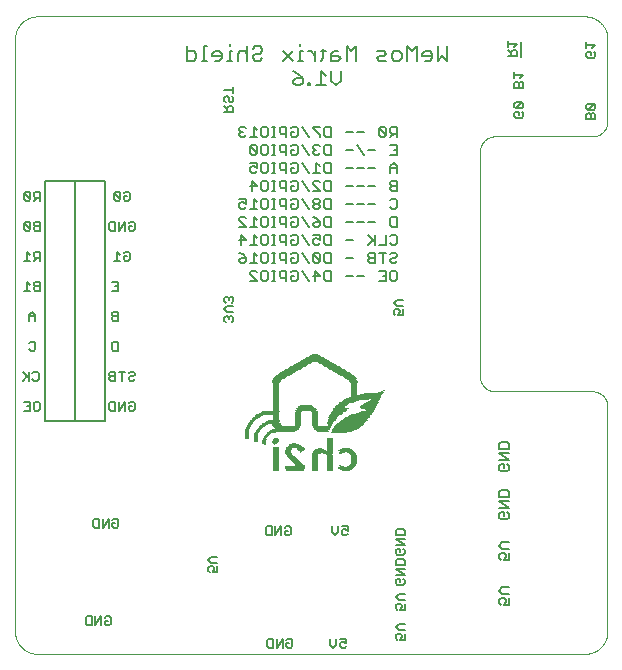
<source format=gbo>
G75*
%MOIN*%
%OFA0B0*%
%FSLAX25Y25*%
%IPPOS*%
%LPD*%
%AMOC8*
5,1,8,0,0,1.08239X$1,22.5*
%
%ADD10C,0.00500*%
%ADD11C,0.00800*%
%ADD12C,0.00100*%
%ADD13C,0.00600*%
%ADD14R,0.02990X0.00250*%
%ADD15R,0.02010X0.00250*%
%ADD16R,0.01990X0.00250*%
%ADD17R,0.06250X0.00250*%
%ADD18R,0.02000X0.00250*%
%ADD19R,0.03990X0.00250*%
%ADD20R,0.04750X0.00250*%
%ADD21R,0.05000X0.00250*%
%ADD22R,0.06500X0.00250*%
%ADD23R,0.05240X0.00250*%
%ADD24R,0.02500X0.00250*%
%ADD25R,0.01490X0.00250*%
%ADD26R,0.02240X0.00250*%
%ADD27R,0.00750X0.00250*%
%ADD28R,0.03010X0.00250*%
%ADD29R,0.00500X0.00250*%
%ADD30R,0.02760X0.00250*%
%ADD31R,0.01750X0.00250*%
%ADD32R,0.02510X0.00250*%
%ADD33R,0.02490X0.00250*%
%ADD34R,0.02260X0.00250*%
%ADD35R,0.00250X0.00250*%
%ADD36R,0.00740X0.00250*%
%ADD37R,0.03000X0.00250*%
%ADD38R,0.02750X0.00250*%
%ADD39R,0.01740X0.00250*%
%ADD40R,0.04990X0.00250*%
%ADD41R,0.00760X0.00250*%
%ADD42R,0.04000X0.00250*%
%ADD43R,0.01260X0.00250*%
%ADD44R,0.03500X0.00250*%
%ADD45R,0.01760X0.00250*%
%ADD46R,0.03740X0.00250*%
%ADD47R,0.02740X0.00250*%
%ADD48R,0.01510X0.00250*%
%ADD49R,0.05750X0.00250*%
%ADD50R,0.05250X0.00250*%
%ADD51R,0.04250X0.00250*%
%ADD52R,0.03490X0.00250*%
%ADD53R,0.01250X0.00250*%
%ADD54R,0.01010X0.00250*%
%ADD55R,0.02250X0.00250*%
%ADD56R,0.01500X0.00250*%
%ADD57R,0.01000X0.00250*%
%ADD58R,0.06740X0.00250*%
%ADD59R,0.03750X0.00250*%
%ADD60R,0.08990X0.00250*%
%ADD61R,0.07490X0.00250*%
%ADD62R,0.09000X0.00250*%
%ADD63R,0.07740X0.00250*%
%ADD64R,0.04500X0.00250*%
%ADD65R,0.08750X0.00250*%
%ADD66R,0.08240X0.00250*%
%ADD67R,0.05010X0.00250*%
%ADD68R,0.08000X0.00250*%
%ADD69R,0.08510X0.00250*%
%ADD70R,0.05260X0.00250*%
%ADD71R,0.08250X0.00250*%
%ADD72R,0.08500X0.00250*%
%ADD73R,0.04260X0.00250*%
%ADD74R,0.09010X0.00250*%
%ADD75R,0.03250X0.00250*%
%ADD76R,0.01240X0.00250*%
%ADD77R,0.05490X0.00250*%
%ADD78R,0.04490X0.00250*%
%ADD79R,0.08740X0.00250*%
%ADD80R,0.08010X0.00250*%
%ADD81R,0.07750X0.00250*%
%ADD82R,0.07240X0.00250*%
%ADD83R,0.07000X0.00250*%
%ADD84R,0.06760X0.00250*%
%ADD85R,0.06000X0.00250*%
%ADD86R,0.07250X0.00250*%
%ADD87R,0.05500X0.00250*%
%ADD88R,0.06750X0.00250*%
%ADD89R,0.04740X0.00250*%
%ADD90R,0.03260X0.00250*%
%ADD91R,0.05510X0.00250*%
%ADD92R,0.04010X0.00250*%
%ADD93R,0.04510X0.00250*%
%ADD94R,0.06510X0.00250*%
%ADD95R,0.11010X0.00250*%
%ADD96R,0.10490X0.00250*%
%ADD97R,0.10000X0.00250*%
%ADD98R,0.10250X0.00250*%
%ADD99R,0.07260X0.00250*%
%ADD100R,0.06010X0.00250*%
%ADD101R,0.00510X0.00250*%
%ADD102R,0.03760X0.00250*%
%ADD103R,0.04240X0.00250*%
%ADD104R,0.04760X0.00250*%
%ADD105R,0.10260X0.00250*%
%ADD106R,0.09240X0.00250*%
%ADD107R,0.05740X0.00250*%
D10*
X0031019Y0017480D02*
X0031019Y0019481D01*
X0031519Y0019982D01*
X0033021Y0019982D01*
X0033021Y0016979D01*
X0031519Y0016979D01*
X0031019Y0017480D01*
X0034242Y0016979D02*
X0034242Y0019982D01*
X0036243Y0019982D02*
X0034242Y0016979D01*
X0036243Y0016979D02*
X0036243Y0019982D01*
X0037464Y0019481D02*
X0037965Y0019982D01*
X0038966Y0019982D01*
X0039466Y0019481D01*
X0039466Y0017480D01*
X0038966Y0016979D01*
X0037965Y0016979D01*
X0037464Y0017480D01*
X0037464Y0018481D01*
X0038465Y0018481D01*
X0038743Y0049479D02*
X0038743Y0052482D01*
X0036742Y0049479D01*
X0036742Y0052482D01*
X0035521Y0052482D02*
X0034019Y0052482D01*
X0033519Y0051981D01*
X0033519Y0049980D01*
X0034019Y0049479D01*
X0035521Y0049479D01*
X0035521Y0052482D01*
X0039964Y0051981D02*
X0040465Y0052482D01*
X0041466Y0052482D01*
X0041966Y0051981D01*
X0041966Y0049980D01*
X0041466Y0049479D01*
X0040465Y0049479D01*
X0039964Y0049980D01*
X0039964Y0050981D01*
X0040965Y0050981D01*
X0071979Y0038869D02*
X0072980Y0039870D01*
X0074982Y0039870D01*
X0074982Y0037868D02*
X0072980Y0037868D01*
X0071979Y0038869D01*
X0072480Y0036647D02*
X0071979Y0036147D01*
X0071979Y0035146D01*
X0072480Y0034645D01*
X0073481Y0034645D02*
X0073981Y0035646D01*
X0073981Y0036147D01*
X0073481Y0036647D01*
X0072480Y0036647D01*
X0073481Y0034645D02*
X0074982Y0034645D01*
X0074982Y0036647D01*
X0091019Y0047480D02*
X0091019Y0049481D01*
X0091519Y0049982D01*
X0093021Y0049982D01*
X0093021Y0046979D01*
X0091519Y0046979D01*
X0091019Y0047480D01*
X0094242Y0046979D02*
X0094242Y0049982D01*
X0096243Y0049982D02*
X0094242Y0046979D01*
X0096243Y0046979D02*
X0096243Y0049982D01*
X0097464Y0049481D02*
X0097965Y0049982D01*
X0098966Y0049982D01*
X0099466Y0049481D01*
X0099466Y0047480D01*
X0098966Y0046979D01*
X0097965Y0046979D01*
X0097464Y0047480D01*
X0097464Y0048481D01*
X0098465Y0048481D01*
X0113130Y0047980D02*
X0114131Y0046979D01*
X0115132Y0047980D01*
X0115132Y0049982D01*
X0116353Y0049982D02*
X0118355Y0049982D01*
X0118355Y0048481D01*
X0117354Y0048981D01*
X0116853Y0048981D01*
X0116353Y0048481D01*
X0116353Y0047480D01*
X0116853Y0046979D01*
X0117854Y0046979D01*
X0118355Y0047480D01*
X0113130Y0047980D02*
X0113130Y0049982D01*
X0134479Y0048481D02*
X0134479Y0046979D01*
X0137482Y0046979D01*
X0137482Y0048481D01*
X0136981Y0048981D01*
X0134980Y0048981D01*
X0134479Y0048481D01*
X0134479Y0045758D02*
X0137482Y0045758D01*
X0137482Y0043757D02*
X0134479Y0043757D01*
X0134980Y0042536D02*
X0135981Y0042536D01*
X0135981Y0041535D01*
X0136981Y0042536D02*
X0137482Y0042035D01*
X0137482Y0041034D01*
X0136981Y0040534D01*
X0134980Y0040534D01*
X0134479Y0041034D01*
X0134479Y0042035D01*
X0134980Y0042536D01*
X0137482Y0043757D02*
X0134479Y0045758D01*
X0134980Y0038981D02*
X0136981Y0038981D01*
X0137482Y0038481D01*
X0137482Y0036979D01*
X0134479Y0036979D01*
X0134479Y0038481D01*
X0134980Y0038981D01*
X0134479Y0035758D02*
X0137482Y0035758D01*
X0137482Y0033757D02*
X0134479Y0033757D01*
X0134980Y0032536D02*
X0135981Y0032536D01*
X0135981Y0031535D01*
X0136981Y0032536D02*
X0137482Y0032035D01*
X0137482Y0031034D01*
X0136981Y0030534D01*
X0134980Y0030534D01*
X0134479Y0031034D01*
X0134479Y0032035D01*
X0134980Y0032536D01*
X0137482Y0033757D02*
X0134479Y0035758D01*
X0135480Y0027370D02*
X0137482Y0027370D01*
X0135480Y0027370D02*
X0134479Y0026369D01*
X0135480Y0025368D01*
X0137482Y0025368D01*
X0137482Y0024147D02*
X0137482Y0022145D01*
X0135981Y0022145D01*
X0136481Y0023146D01*
X0136481Y0023647D01*
X0135981Y0024147D01*
X0134980Y0024147D01*
X0134479Y0023647D01*
X0134479Y0022646D01*
X0134980Y0022145D01*
X0135480Y0017370D02*
X0137482Y0017370D01*
X0135480Y0017370D02*
X0134479Y0016369D01*
X0135480Y0015368D01*
X0137482Y0015368D01*
X0137482Y0014147D02*
X0137482Y0012145D01*
X0135981Y0012145D01*
X0136481Y0013146D01*
X0136481Y0013647D01*
X0135981Y0014147D01*
X0134980Y0014147D01*
X0134479Y0013647D01*
X0134479Y0012646D01*
X0134980Y0012145D01*
X0117855Y0012482D02*
X0117855Y0010981D01*
X0116854Y0011481D01*
X0116353Y0011481D01*
X0115853Y0010981D01*
X0115853Y0009980D01*
X0116353Y0009479D01*
X0117354Y0009479D01*
X0117855Y0009980D01*
X0117855Y0012482D02*
X0115853Y0012482D01*
X0114632Y0012482D02*
X0114632Y0010480D01*
X0113631Y0009479D01*
X0112630Y0010480D01*
X0112630Y0012482D01*
X0099966Y0011981D02*
X0099966Y0009980D01*
X0099466Y0009479D01*
X0098465Y0009479D01*
X0097964Y0009980D01*
X0097964Y0010981D01*
X0098965Y0010981D01*
X0097964Y0011981D02*
X0098465Y0012482D01*
X0099466Y0012482D01*
X0099966Y0011981D01*
X0096743Y0012482D02*
X0096743Y0009479D01*
X0094742Y0009479D02*
X0094742Y0012482D01*
X0093521Y0012482D02*
X0092019Y0012482D01*
X0091519Y0011981D01*
X0091519Y0009980D01*
X0092019Y0009479D01*
X0093521Y0009479D01*
X0093521Y0012482D01*
X0096743Y0012482D02*
X0094742Y0009479D01*
X0046952Y0088521D02*
X0045951Y0088521D01*
X0045451Y0089021D01*
X0045451Y0090022D01*
X0046451Y0090022D01*
X0045451Y0091023D02*
X0045951Y0091523D01*
X0046952Y0091523D01*
X0047452Y0091023D01*
X0047452Y0089021D01*
X0046952Y0088521D01*
X0044229Y0088521D02*
X0044229Y0091523D01*
X0042228Y0088521D01*
X0042228Y0091523D01*
X0041007Y0091523D02*
X0039505Y0091523D01*
X0039005Y0091023D01*
X0039005Y0089021D01*
X0039505Y0088521D01*
X0041007Y0088521D01*
X0041007Y0091523D01*
X0041007Y0098521D02*
X0039505Y0098521D01*
X0039005Y0099021D01*
X0039005Y0099522D01*
X0039505Y0100022D01*
X0041007Y0100022D01*
X0041007Y0098521D02*
X0041007Y0101523D01*
X0039505Y0101523D01*
X0039005Y0101023D01*
X0039005Y0100522D01*
X0039505Y0100022D01*
X0042228Y0101523D02*
X0044229Y0101523D01*
X0043229Y0101523D02*
X0043229Y0098521D01*
X0045451Y0099021D02*
X0045951Y0098521D01*
X0046952Y0098521D01*
X0047452Y0099021D01*
X0046952Y0100022D02*
X0045951Y0100022D01*
X0045451Y0099522D01*
X0045451Y0099021D01*
X0046952Y0100022D02*
X0047452Y0100522D01*
X0047452Y0101023D01*
X0046952Y0101523D01*
X0045951Y0101523D01*
X0045451Y0101023D01*
X0041729Y0108521D02*
X0040228Y0108521D01*
X0039728Y0109021D01*
X0039728Y0111023D01*
X0040228Y0111523D01*
X0041729Y0111523D01*
X0041729Y0108521D01*
X0041729Y0118521D02*
X0040228Y0118521D01*
X0039728Y0119021D01*
X0039728Y0119522D01*
X0040228Y0120022D01*
X0041729Y0120022D01*
X0040228Y0120022D02*
X0039728Y0120522D01*
X0039728Y0121023D01*
X0040228Y0121523D01*
X0041729Y0121523D01*
X0041729Y0118521D01*
X0041729Y0128521D02*
X0039728Y0128521D01*
X0040729Y0130022D02*
X0041729Y0130022D01*
X0041729Y0131523D02*
X0041729Y0128521D01*
X0041729Y0131523D02*
X0039728Y0131523D01*
X0040616Y0138521D02*
X0042618Y0138521D01*
X0041617Y0138521D02*
X0041617Y0141523D01*
X0042618Y0140522D01*
X0043839Y0140022D02*
X0044840Y0140022D01*
X0043839Y0140022D02*
X0043839Y0139021D01*
X0044340Y0138521D01*
X0045340Y0138521D01*
X0045841Y0139021D01*
X0045841Y0141023D01*
X0045340Y0141523D01*
X0044340Y0141523D01*
X0043839Y0141023D01*
X0044229Y0148521D02*
X0044229Y0151523D01*
X0042228Y0148521D01*
X0042228Y0151523D01*
X0041007Y0151523D02*
X0039505Y0151523D01*
X0039005Y0151023D01*
X0039005Y0149021D01*
X0039505Y0148521D01*
X0041007Y0148521D01*
X0041007Y0151523D01*
X0045451Y0151023D02*
X0045951Y0151523D01*
X0046952Y0151523D01*
X0047452Y0151023D01*
X0047452Y0149021D01*
X0046952Y0148521D01*
X0045951Y0148521D01*
X0045451Y0149021D01*
X0045451Y0150022D01*
X0046451Y0150022D01*
X0045340Y0158521D02*
X0044340Y0158521D01*
X0043839Y0159021D01*
X0043839Y0160022D01*
X0044840Y0160022D01*
X0045841Y0161023D02*
X0045841Y0159021D01*
X0045340Y0158521D01*
X0045841Y0161023D02*
X0045340Y0161523D01*
X0044340Y0161523D01*
X0043839Y0161023D01*
X0042618Y0161023D02*
X0042118Y0161523D01*
X0041117Y0161523D01*
X0040616Y0161023D01*
X0042618Y0159021D01*
X0042118Y0158521D01*
X0041117Y0158521D01*
X0040616Y0159021D01*
X0040616Y0161023D01*
X0042618Y0161023D02*
X0042618Y0159021D01*
X0015841Y0158521D02*
X0015841Y0161523D01*
X0014340Y0161523D01*
X0013839Y0161023D01*
X0013839Y0160022D01*
X0014340Y0159522D01*
X0015841Y0159522D01*
X0014840Y0159522D02*
X0013839Y0158521D01*
X0012618Y0159021D02*
X0012618Y0161023D01*
X0012118Y0161523D01*
X0011117Y0161523D01*
X0010616Y0161023D01*
X0012618Y0159021D01*
X0012118Y0158521D01*
X0011117Y0158521D01*
X0010616Y0159021D01*
X0010616Y0161023D01*
X0011117Y0151523D02*
X0010616Y0151023D01*
X0012618Y0149021D01*
X0012118Y0148521D01*
X0011117Y0148521D01*
X0010616Y0149021D01*
X0010616Y0151023D01*
X0011117Y0151523D02*
X0012118Y0151523D01*
X0012618Y0151023D01*
X0012618Y0149021D01*
X0013839Y0149021D02*
X0014340Y0148521D01*
X0015841Y0148521D01*
X0015841Y0151523D01*
X0014340Y0151523D01*
X0013839Y0151023D01*
X0013839Y0150522D01*
X0014340Y0150022D01*
X0015841Y0150022D01*
X0014340Y0150022D02*
X0013839Y0149522D01*
X0013839Y0149021D01*
X0014340Y0141523D02*
X0013839Y0141023D01*
X0013839Y0140022D01*
X0014340Y0139522D01*
X0015841Y0139522D01*
X0014840Y0139522D02*
X0013839Y0138521D01*
X0012618Y0138521D02*
X0010616Y0138521D01*
X0011617Y0138521D02*
X0011617Y0141523D01*
X0012618Y0140522D01*
X0014340Y0141523D02*
X0015841Y0141523D01*
X0015841Y0138521D01*
X0015841Y0131523D02*
X0014340Y0131523D01*
X0013839Y0131023D01*
X0013839Y0130522D01*
X0014340Y0130022D01*
X0015841Y0130022D01*
X0015841Y0128521D02*
X0015841Y0131523D01*
X0014340Y0130022D02*
X0013839Y0129522D01*
X0013839Y0129021D01*
X0014340Y0128521D01*
X0015841Y0128521D01*
X0012618Y0128521D02*
X0010616Y0128521D01*
X0011617Y0128521D02*
X0011617Y0131523D01*
X0012618Y0130522D01*
X0013229Y0121523D02*
X0012228Y0120522D01*
X0012228Y0118521D01*
X0012228Y0120022D02*
X0014229Y0120022D01*
X0014229Y0120522D02*
X0013229Y0121523D01*
X0014229Y0120522D02*
X0014229Y0118521D01*
X0013729Y0111523D02*
X0012728Y0111523D01*
X0012228Y0111023D01*
X0013729Y0111523D02*
X0014229Y0111023D01*
X0014229Y0109021D01*
X0013729Y0108521D01*
X0012728Y0108521D01*
X0012228Y0109021D01*
X0012118Y0101523D02*
X0012118Y0098521D01*
X0012118Y0099522D02*
X0010116Y0101523D01*
X0011618Y0100022D02*
X0010116Y0098521D01*
X0013339Y0099021D02*
X0013840Y0098521D01*
X0014840Y0098521D01*
X0015341Y0099021D01*
X0015341Y0101023D01*
X0014840Y0101523D01*
X0013840Y0101523D01*
X0013339Y0101023D01*
X0012618Y0091523D02*
X0010616Y0091523D01*
X0011617Y0090022D02*
X0012618Y0090022D01*
X0012618Y0091523D02*
X0012618Y0088521D01*
X0010616Y0088521D01*
X0013839Y0089021D02*
X0013839Y0091023D01*
X0014340Y0091523D01*
X0015340Y0091523D01*
X0015841Y0091023D01*
X0015841Y0089021D01*
X0015340Y0088521D01*
X0014340Y0088521D01*
X0013839Y0089021D01*
X0077271Y0118589D02*
X0077771Y0118089D01*
X0077271Y0118589D02*
X0077271Y0119590D01*
X0077771Y0120090D01*
X0078272Y0120090D01*
X0078772Y0119590D01*
X0078772Y0119089D01*
X0078772Y0119590D02*
X0079272Y0120090D01*
X0079773Y0120090D01*
X0080273Y0119590D01*
X0080273Y0118589D01*
X0079773Y0118089D01*
X0080273Y0121311D02*
X0078272Y0121311D01*
X0077271Y0122312D01*
X0078272Y0123313D01*
X0080273Y0123313D01*
X0079773Y0124534D02*
X0080273Y0125035D01*
X0080273Y0126035D01*
X0079773Y0126536D01*
X0079272Y0126536D01*
X0078772Y0126035D01*
X0078272Y0126536D01*
X0077771Y0126536D01*
X0077271Y0126035D01*
X0077271Y0125035D01*
X0077771Y0124534D01*
X0078772Y0125535D02*
X0078772Y0126035D01*
X0133771Y0124535D02*
X0134772Y0125536D01*
X0136773Y0125536D01*
X0136773Y0123534D02*
X0134772Y0123534D01*
X0133771Y0124535D01*
X0134271Y0122313D02*
X0133771Y0121813D01*
X0133771Y0120812D01*
X0134271Y0120311D01*
X0135272Y0120311D02*
X0135772Y0121312D01*
X0135772Y0121813D01*
X0135272Y0122313D01*
X0134271Y0122313D01*
X0135272Y0120311D02*
X0136773Y0120311D01*
X0136773Y0122313D01*
X0174480Y0186145D02*
X0173979Y0186646D01*
X0173979Y0187647D01*
X0174480Y0188147D01*
X0175481Y0188147D01*
X0175481Y0187146D01*
X0176481Y0186145D02*
X0174480Y0186145D01*
X0176481Y0186145D02*
X0176982Y0186646D01*
X0176982Y0187647D01*
X0176481Y0188147D01*
X0176481Y0189368D02*
X0174480Y0189368D01*
X0176481Y0191370D01*
X0174480Y0191370D01*
X0173979Y0190869D01*
X0173979Y0189869D01*
X0174480Y0189368D01*
X0176481Y0189368D02*
X0176982Y0189869D01*
X0176982Y0190869D01*
X0176481Y0191370D01*
X0176982Y0196145D02*
X0173979Y0196145D01*
X0173979Y0197647D01*
X0174480Y0198147D01*
X0174980Y0198147D01*
X0175481Y0197647D01*
X0175481Y0196145D01*
X0176982Y0196145D02*
X0176982Y0197647D01*
X0176481Y0198147D01*
X0175981Y0198147D01*
X0175481Y0197647D01*
X0175981Y0199368D02*
X0176982Y0200369D01*
X0173979Y0200369D01*
X0173979Y0199368D02*
X0173979Y0201370D01*
X0172980Y0206645D02*
X0172980Y0208147D01*
X0173481Y0208647D01*
X0174481Y0208647D01*
X0174982Y0208147D01*
X0174982Y0206645D01*
X0171979Y0206645D01*
X0172980Y0207646D02*
X0171979Y0208647D01*
X0171979Y0209868D02*
X0171979Y0211870D01*
X0171979Y0210869D02*
X0174982Y0210869D01*
X0173981Y0209868D01*
X0197979Y0209368D02*
X0197979Y0211370D01*
X0197979Y0210369D02*
X0200982Y0210369D01*
X0199981Y0209368D01*
X0199481Y0208147D02*
X0199481Y0207146D01*
X0199481Y0208147D02*
X0198480Y0208147D01*
X0197979Y0207647D01*
X0197979Y0206646D01*
X0198480Y0206145D01*
X0200481Y0206145D01*
X0200982Y0206646D01*
X0200982Y0207647D01*
X0200481Y0208147D01*
X0200481Y0190870D02*
X0198480Y0188868D01*
X0197979Y0189369D01*
X0197979Y0190369D01*
X0198480Y0190870D01*
X0200481Y0190870D01*
X0200982Y0190369D01*
X0200982Y0189369D01*
X0200481Y0188868D01*
X0198480Y0188868D01*
X0198480Y0187647D02*
X0197979Y0187147D01*
X0197979Y0185645D01*
X0200982Y0185645D01*
X0200982Y0187147D01*
X0200481Y0187647D01*
X0199981Y0187647D01*
X0199481Y0187147D01*
X0199481Y0185645D01*
X0199481Y0187147D02*
X0198980Y0187647D01*
X0198480Y0187647D01*
X0080273Y0188089D02*
X0080273Y0189590D01*
X0079773Y0190090D01*
X0078772Y0190090D01*
X0078272Y0189590D01*
X0078272Y0188089D01*
X0078272Y0189089D02*
X0077271Y0190090D01*
X0077771Y0191311D02*
X0077271Y0191812D01*
X0077271Y0192813D01*
X0077771Y0193313D01*
X0078272Y0193313D01*
X0078772Y0192813D01*
X0078772Y0191812D01*
X0079272Y0191311D01*
X0079773Y0191311D01*
X0080273Y0191812D01*
X0080273Y0192813D01*
X0079773Y0193313D01*
X0080273Y0194534D02*
X0080273Y0196536D01*
X0080273Y0195535D02*
X0077271Y0195535D01*
X0077271Y0188089D02*
X0080273Y0188089D01*
D11*
X0079793Y0205275D02*
X0078225Y0205275D01*
X0079009Y0205275D02*
X0079009Y0208411D01*
X0079793Y0208411D01*
X0079009Y0209979D02*
X0079009Y0210763D01*
X0081722Y0207627D02*
X0081722Y0205275D01*
X0081722Y0207627D02*
X0082506Y0208411D01*
X0084074Y0208411D01*
X0084858Y0207627D01*
X0086786Y0206843D02*
X0086786Y0206059D01*
X0087570Y0205275D01*
X0089138Y0205275D01*
X0089922Y0206059D01*
X0089138Y0207627D02*
X0087570Y0207627D01*
X0086786Y0206843D01*
X0086786Y0209195D02*
X0087570Y0209979D01*
X0089138Y0209979D01*
X0089922Y0209195D01*
X0089922Y0208411D01*
X0089138Y0207627D01*
X0084858Y0209979D02*
X0084858Y0205275D01*
X0076417Y0206059D02*
X0076417Y0207627D01*
X0075633Y0208411D01*
X0074065Y0208411D01*
X0073281Y0207627D01*
X0073281Y0206843D01*
X0076417Y0206843D01*
X0076417Y0206059D02*
X0075633Y0205275D01*
X0074065Y0205275D01*
X0071353Y0205275D02*
X0069785Y0205275D01*
X0070569Y0205275D02*
X0070569Y0209979D01*
X0071353Y0209979D01*
X0067977Y0207627D02*
X0067977Y0206059D01*
X0067193Y0205275D01*
X0064841Y0205275D01*
X0064841Y0209979D01*
X0064841Y0208411D02*
X0067193Y0208411D01*
X0067977Y0207627D01*
X0096915Y0208411D02*
X0100051Y0205275D01*
X0101859Y0205275D02*
X0103427Y0205275D01*
X0102643Y0205275D02*
X0102643Y0208411D01*
X0103427Y0208411D01*
X0102643Y0209979D02*
X0102643Y0210763D01*
X0100051Y0208411D02*
X0096915Y0205275D01*
X0100291Y0201729D02*
X0101859Y0200945D01*
X0103427Y0199377D01*
X0101075Y0199377D01*
X0100291Y0198593D01*
X0100291Y0197809D01*
X0101075Y0197025D01*
X0102643Y0197025D01*
X0103427Y0197809D01*
X0103427Y0199377D01*
X0105175Y0197809D02*
X0105175Y0197025D01*
X0105959Y0197025D01*
X0105959Y0197809D01*
X0105175Y0197809D01*
X0107887Y0197025D02*
X0111023Y0197025D01*
X0109455Y0197025D02*
X0109455Y0201729D01*
X0111023Y0200161D01*
X0112952Y0198593D02*
X0114520Y0197025D01*
X0116088Y0198593D01*
X0116088Y0201729D01*
X0112952Y0201729D02*
X0112952Y0198593D01*
X0112952Y0205275D02*
X0115304Y0205275D01*
X0116088Y0206059D01*
X0115304Y0206843D01*
X0112952Y0206843D01*
X0112952Y0207627D02*
X0112952Y0205275D01*
X0112952Y0207627D02*
X0113736Y0208411D01*
X0115304Y0208411D01*
X0118016Y0209979D02*
X0118016Y0205275D01*
X0119584Y0208411D02*
X0118016Y0209979D01*
X0119584Y0208411D02*
X0121152Y0209979D01*
X0121152Y0205275D01*
X0128145Y0206059D02*
X0128929Y0206843D01*
X0130497Y0206843D01*
X0131281Y0207627D01*
X0130497Y0208411D01*
X0128145Y0208411D01*
X0128145Y0206059D02*
X0128929Y0205275D01*
X0131281Y0205275D01*
X0133209Y0206059D02*
X0133209Y0207627D01*
X0133993Y0208411D01*
X0135561Y0208411D01*
X0136345Y0207627D01*
X0136345Y0206059D01*
X0135561Y0205275D01*
X0133993Y0205275D01*
X0133209Y0206059D01*
X0138273Y0205275D02*
X0138273Y0209979D01*
X0139841Y0208411D01*
X0141409Y0209979D01*
X0141409Y0205275D01*
X0143338Y0206843D02*
X0143338Y0207627D01*
X0144122Y0208411D01*
X0145690Y0208411D01*
X0146474Y0207627D01*
X0146474Y0206059D01*
X0145690Y0205275D01*
X0144122Y0205275D01*
X0143338Y0206843D02*
X0146474Y0206843D01*
X0148402Y0205275D02*
X0148402Y0209979D01*
X0151538Y0209979D02*
X0151538Y0205275D01*
X0149970Y0206843D01*
X0148402Y0205275D01*
X0176181Y0206500D02*
X0176181Y0211500D01*
X0111023Y0208411D02*
X0109455Y0208411D01*
X0110239Y0209195D02*
X0110239Y0206059D01*
X0109455Y0205275D01*
X0107647Y0205275D02*
X0107647Y0208411D01*
X0107647Y0206843D02*
X0106079Y0208411D01*
X0105295Y0208411D01*
D12*
X0007500Y0212500D02*
X0007500Y0015000D01*
X0007502Y0014819D01*
X0007509Y0014638D01*
X0007520Y0014457D01*
X0007535Y0014276D01*
X0007555Y0014096D01*
X0007579Y0013916D01*
X0007607Y0013737D01*
X0007640Y0013559D01*
X0007677Y0013382D01*
X0007718Y0013205D01*
X0007763Y0013030D01*
X0007813Y0012855D01*
X0007867Y0012682D01*
X0007925Y0012511D01*
X0007987Y0012340D01*
X0008054Y0012172D01*
X0008124Y0012005D01*
X0008198Y0011839D01*
X0008277Y0011676D01*
X0008359Y0011515D01*
X0008445Y0011355D01*
X0008535Y0011198D01*
X0008629Y0011043D01*
X0008726Y0010890D01*
X0008828Y0010740D01*
X0008932Y0010592D01*
X0009041Y0010446D01*
X0009152Y0010304D01*
X0009268Y0010164D01*
X0009386Y0010027D01*
X0009508Y0009892D01*
X0009633Y0009761D01*
X0009761Y0009633D01*
X0009892Y0009508D01*
X0010027Y0009386D01*
X0010164Y0009268D01*
X0010304Y0009152D01*
X0010446Y0009041D01*
X0010592Y0008932D01*
X0010740Y0008828D01*
X0010890Y0008726D01*
X0011043Y0008629D01*
X0011198Y0008535D01*
X0011355Y0008445D01*
X0011515Y0008359D01*
X0011676Y0008277D01*
X0011839Y0008198D01*
X0012005Y0008124D01*
X0012172Y0008054D01*
X0012340Y0007987D01*
X0012511Y0007925D01*
X0012682Y0007867D01*
X0012855Y0007813D01*
X0013030Y0007763D01*
X0013205Y0007718D01*
X0013382Y0007677D01*
X0013559Y0007640D01*
X0013737Y0007607D01*
X0013916Y0007579D01*
X0014096Y0007555D01*
X0014276Y0007535D01*
X0014457Y0007520D01*
X0014638Y0007509D01*
X0014819Y0007502D01*
X0015000Y0007500D01*
X0197500Y0007500D01*
X0197681Y0007502D01*
X0197862Y0007509D01*
X0198043Y0007520D01*
X0198224Y0007535D01*
X0198404Y0007555D01*
X0198584Y0007579D01*
X0198763Y0007607D01*
X0198941Y0007640D01*
X0199118Y0007677D01*
X0199295Y0007718D01*
X0199470Y0007763D01*
X0199645Y0007813D01*
X0199818Y0007867D01*
X0199989Y0007925D01*
X0200160Y0007987D01*
X0200328Y0008054D01*
X0200495Y0008124D01*
X0200661Y0008198D01*
X0200824Y0008277D01*
X0200985Y0008359D01*
X0201145Y0008445D01*
X0201302Y0008535D01*
X0201457Y0008629D01*
X0201610Y0008726D01*
X0201760Y0008828D01*
X0201908Y0008932D01*
X0202054Y0009041D01*
X0202196Y0009152D01*
X0202336Y0009268D01*
X0202473Y0009386D01*
X0202608Y0009508D01*
X0202739Y0009633D01*
X0202867Y0009761D01*
X0202992Y0009892D01*
X0203114Y0010027D01*
X0203232Y0010164D01*
X0203348Y0010304D01*
X0203459Y0010446D01*
X0203568Y0010592D01*
X0203672Y0010740D01*
X0203774Y0010890D01*
X0203871Y0011043D01*
X0203965Y0011198D01*
X0204055Y0011355D01*
X0204141Y0011515D01*
X0204223Y0011676D01*
X0204302Y0011839D01*
X0204376Y0012005D01*
X0204446Y0012172D01*
X0204513Y0012340D01*
X0204575Y0012511D01*
X0204633Y0012682D01*
X0204687Y0012855D01*
X0204737Y0013030D01*
X0204782Y0013205D01*
X0204823Y0013382D01*
X0204860Y0013559D01*
X0204893Y0013737D01*
X0204921Y0013916D01*
X0204945Y0014096D01*
X0204965Y0014276D01*
X0204980Y0014457D01*
X0204991Y0014638D01*
X0204998Y0014819D01*
X0205000Y0015000D01*
X0205000Y0090000D01*
X0204998Y0090140D01*
X0204992Y0090280D01*
X0204982Y0090420D01*
X0204969Y0090560D01*
X0204951Y0090699D01*
X0204929Y0090838D01*
X0204904Y0090975D01*
X0204875Y0091113D01*
X0204842Y0091249D01*
X0204805Y0091384D01*
X0204764Y0091518D01*
X0204719Y0091651D01*
X0204671Y0091783D01*
X0204619Y0091913D01*
X0204564Y0092042D01*
X0204505Y0092169D01*
X0204442Y0092295D01*
X0204376Y0092419D01*
X0204307Y0092540D01*
X0204234Y0092660D01*
X0204157Y0092778D01*
X0204078Y0092893D01*
X0203995Y0093007D01*
X0203909Y0093117D01*
X0203820Y0093226D01*
X0203728Y0093332D01*
X0203633Y0093435D01*
X0203536Y0093536D01*
X0203435Y0093633D01*
X0203332Y0093728D01*
X0203226Y0093820D01*
X0203117Y0093909D01*
X0203007Y0093995D01*
X0202893Y0094078D01*
X0202778Y0094157D01*
X0202660Y0094234D01*
X0202540Y0094307D01*
X0202419Y0094376D01*
X0202295Y0094442D01*
X0202169Y0094505D01*
X0202042Y0094564D01*
X0201913Y0094619D01*
X0201783Y0094671D01*
X0201651Y0094719D01*
X0201518Y0094764D01*
X0201384Y0094805D01*
X0201249Y0094842D01*
X0201113Y0094875D01*
X0200975Y0094904D01*
X0200838Y0094929D01*
X0200699Y0094951D01*
X0200560Y0094969D01*
X0200420Y0094982D01*
X0200280Y0094992D01*
X0200140Y0094998D01*
X0200000Y0095000D01*
X0167500Y0095000D01*
X0167360Y0095002D01*
X0167220Y0095008D01*
X0167080Y0095018D01*
X0166940Y0095031D01*
X0166801Y0095049D01*
X0166662Y0095071D01*
X0166525Y0095096D01*
X0166387Y0095125D01*
X0166251Y0095158D01*
X0166116Y0095195D01*
X0165982Y0095236D01*
X0165849Y0095281D01*
X0165717Y0095329D01*
X0165587Y0095381D01*
X0165458Y0095436D01*
X0165331Y0095495D01*
X0165205Y0095558D01*
X0165081Y0095624D01*
X0164960Y0095693D01*
X0164840Y0095766D01*
X0164722Y0095843D01*
X0164607Y0095922D01*
X0164493Y0096005D01*
X0164383Y0096091D01*
X0164274Y0096180D01*
X0164168Y0096272D01*
X0164065Y0096367D01*
X0163964Y0096464D01*
X0163867Y0096565D01*
X0163772Y0096668D01*
X0163680Y0096774D01*
X0163591Y0096883D01*
X0163505Y0096993D01*
X0163422Y0097107D01*
X0163343Y0097222D01*
X0163266Y0097340D01*
X0163193Y0097460D01*
X0163124Y0097581D01*
X0163058Y0097705D01*
X0162995Y0097831D01*
X0162936Y0097958D01*
X0162881Y0098087D01*
X0162829Y0098217D01*
X0162781Y0098349D01*
X0162736Y0098482D01*
X0162695Y0098616D01*
X0162658Y0098751D01*
X0162625Y0098887D01*
X0162596Y0099025D01*
X0162571Y0099162D01*
X0162549Y0099301D01*
X0162531Y0099440D01*
X0162518Y0099580D01*
X0162508Y0099720D01*
X0162502Y0099860D01*
X0162500Y0100000D01*
X0162500Y0175000D01*
X0162502Y0175140D01*
X0162508Y0175280D01*
X0162518Y0175420D01*
X0162531Y0175560D01*
X0162549Y0175699D01*
X0162571Y0175838D01*
X0162596Y0175975D01*
X0162625Y0176113D01*
X0162658Y0176249D01*
X0162695Y0176384D01*
X0162736Y0176518D01*
X0162781Y0176651D01*
X0162829Y0176783D01*
X0162881Y0176913D01*
X0162936Y0177042D01*
X0162995Y0177169D01*
X0163058Y0177295D01*
X0163124Y0177419D01*
X0163193Y0177540D01*
X0163266Y0177660D01*
X0163343Y0177778D01*
X0163422Y0177893D01*
X0163505Y0178007D01*
X0163591Y0178117D01*
X0163680Y0178226D01*
X0163772Y0178332D01*
X0163867Y0178435D01*
X0163964Y0178536D01*
X0164065Y0178633D01*
X0164168Y0178728D01*
X0164274Y0178820D01*
X0164383Y0178909D01*
X0164493Y0178995D01*
X0164607Y0179078D01*
X0164722Y0179157D01*
X0164840Y0179234D01*
X0164960Y0179307D01*
X0165081Y0179376D01*
X0165205Y0179442D01*
X0165331Y0179505D01*
X0165458Y0179564D01*
X0165587Y0179619D01*
X0165717Y0179671D01*
X0165849Y0179719D01*
X0165982Y0179764D01*
X0166116Y0179805D01*
X0166251Y0179842D01*
X0166387Y0179875D01*
X0166525Y0179904D01*
X0166662Y0179929D01*
X0166801Y0179951D01*
X0166940Y0179969D01*
X0167080Y0179982D01*
X0167220Y0179992D01*
X0167360Y0179998D01*
X0167500Y0180000D01*
X0200000Y0180000D01*
X0200140Y0180002D01*
X0200280Y0180008D01*
X0200420Y0180018D01*
X0200560Y0180031D01*
X0200699Y0180049D01*
X0200838Y0180071D01*
X0200975Y0180096D01*
X0201113Y0180125D01*
X0201249Y0180158D01*
X0201384Y0180195D01*
X0201518Y0180236D01*
X0201651Y0180281D01*
X0201783Y0180329D01*
X0201913Y0180381D01*
X0202042Y0180436D01*
X0202169Y0180495D01*
X0202295Y0180558D01*
X0202419Y0180624D01*
X0202540Y0180693D01*
X0202660Y0180766D01*
X0202778Y0180843D01*
X0202893Y0180922D01*
X0203007Y0181005D01*
X0203117Y0181091D01*
X0203226Y0181180D01*
X0203332Y0181272D01*
X0203435Y0181367D01*
X0203536Y0181464D01*
X0203633Y0181565D01*
X0203728Y0181668D01*
X0203820Y0181774D01*
X0203909Y0181883D01*
X0203995Y0181993D01*
X0204078Y0182107D01*
X0204157Y0182222D01*
X0204234Y0182340D01*
X0204307Y0182460D01*
X0204376Y0182581D01*
X0204442Y0182705D01*
X0204505Y0182831D01*
X0204564Y0182958D01*
X0204619Y0183087D01*
X0204671Y0183217D01*
X0204719Y0183349D01*
X0204764Y0183482D01*
X0204805Y0183616D01*
X0204842Y0183751D01*
X0204875Y0183887D01*
X0204904Y0184025D01*
X0204929Y0184162D01*
X0204951Y0184301D01*
X0204969Y0184440D01*
X0204982Y0184580D01*
X0204992Y0184720D01*
X0204998Y0184860D01*
X0205000Y0185000D01*
X0205000Y0212500D01*
X0204998Y0212681D01*
X0204991Y0212862D01*
X0204980Y0213043D01*
X0204965Y0213224D01*
X0204945Y0213404D01*
X0204921Y0213584D01*
X0204893Y0213763D01*
X0204860Y0213941D01*
X0204823Y0214118D01*
X0204782Y0214295D01*
X0204737Y0214470D01*
X0204687Y0214645D01*
X0204633Y0214818D01*
X0204575Y0214989D01*
X0204513Y0215160D01*
X0204446Y0215328D01*
X0204376Y0215495D01*
X0204302Y0215661D01*
X0204223Y0215824D01*
X0204141Y0215985D01*
X0204055Y0216145D01*
X0203965Y0216302D01*
X0203871Y0216457D01*
X0203774Y0216610D01*
X0203672Y0216760D01*
X0203568Y0216908D01*
X0203459Y0217054D01*
X0203348Y0217196D01*
X0203232Y0217336D01*
X0203114Y0217473D01*
X0202992Y0217608D01*
X0202867Y0217739D01*
X0202739Y0217867D01*
X0202608Y0217992D01*
X0202473Y0218114D01*
X0202336Y0218232D01*
X0202196Y0218348D01*
X0202054Y0218459D01*
X0201908Y0218568D01*
X0201760Y0218672D01*
X0201610Y0218774D01*
X0201457Y0218871D01*
X0201302Y0218965D01*
X0201145Y0219055D01*
X0200985Y0219141D01*
X0200824Y0219223D01*
X0200661Y0219302D01*
X0200495Y0219376D01*
X0200328Y0219446D01*
X0200160Y0219513D01*
X0199989Y0219575D01*
X0199818Y0219633D01*
X0199645Y0219687D01*
X0199470Y0219737D01*
X0199295Y0219782D01*
X0199118Y0219823D01*
X0198941Y0219860D01*
X0198763Y0219893D01*
X0198584Y0219921D01*
X0198404Y0219945D01*
X0198224Y0219965D01*
X0198043Y0219980D01*
X0197862Y0219991D01*
X0197681Y0219998D01*
X0197500Y0220000D01*
X0015000Y0220000D01*
X0014819Y0219998D01*
X0014638Y0219991D01*
X0014457Y0219980D01*
X0014276Y0219965D01*
X0014096Y0219945D01*
X0013916Y0219921D01*
X0013737Y0219893D01*
X0013559Y0219860D01*
X0013382Y0219823D01*
X0013205Y0219782D01*
X0013030Y0219737D01*
X0012855Y0219687D01*
X0012682Y0219633D01*
X0012511Y0219575D01*
X0012340Y0219513D01*
X0012172Y0219446D01*
X0012005Y0219376D01*
X0011839Y0219302D01*
X0011676Y0219223D01*
X0011515Y0219141D01*
X0011355Y0219055D01*
X0011198Y0218965D01*
X0011043Y0218871D01*
X0010890Y0218774D01*
X0010740Y0218672D01*
X0010592Y0218568D01*
X0010446Y0218459D01*
X0010304Y0218348D01*
X0010164Y0218232D01*
X0010027Y0218114D01*
X0009892Y0217992D01*
X0009761Y0217867D01*
X0009633Y0217739D01*
X0009508Y0217608D01*
X0009386Y0217473D01*
X0009268Y0217336D01*
X0009152Y0217196D01*
X0009041Y0217054D01*
X0008932Y0216908D01*
X0008828Y0216760D01*
X0008726Y0216610D01*
X0008629Y0216457D01*
X0008535Y0216302D01*
X0008445Y0216145D01*
X0008359Y0215985D01*
X0008277Y0215824D01*
X0008198Y0215661D01*
X0008124Y0215495D01*
X0008054Y0215328D01*
X0007987Y0215160D01*
X0007925Y0214989D01*
X0007867Y0214818D01*
X0007813Y0214645D01*
X0007763Y0214470D01*
X0007718Y0214295D01*
X0007677Y0214118D01*
X0007640Y0213941D01*
X0007607Y0213763D01*
X0007579Y0213584D01*
X0007555Y0213404D01*
X0007535Y0213224D01*
X0007520Y0213043D01*
X0007509Y0212862D01*
X0007502Y0212681D01*
X0007500Y0212500D01*
D13*
X0017500Y0165000D02*
X0017500Y0085000D01*
X0027500Y0085000D01*
X0027500Y0165000D01*
X0037500Y0165000D01*
X0037500Y0085000D01*
X0027500Y0085000D01*
X0082220Y0138367D02*
X0082220Y0138934D01*
X0082787Y0139501D01*
X0084489Y0139501D01*
X0084489Y0138367D01*
X0083922Y0137800D01*
X0082787Y0137800D01*
X0082220Y0138367D01*
X0083354Y0140636D02*
X0084489Y0139501D01*
X0083354Y0140636D02*
X0082220Y0141203D01*
X0082787Y0143800D02*
X0082787Y0147203D01*
X0084489Y0145501D01*
X0082220Y0145501D01*
X0085903Y0143800D02*
X0088172Y0143800D01*
X0087038Y0143800D02*
X0087038Y0147203D01*
X0088172Y0146069D01*
X0089586Y0146636D02*
X0089586Y0144367D01*
X0090154Y0143800D01*
X0091288Y0143800D01*
X0091855Y0144367D01*
X0091855Y0146636D01*
X0091288Y0147203D01*
X0090154Y0147203D01*
X0089586Y0146636D01*
X0090154Y0149800D02*
X0089586Y0150367D01*
X0089586Y0152636D01*
X0090154Y0153203D01*
X0091288Y0153203D01*
X0091855Y0152636D01*
X0091855Y0150367D01*
X0091288Y0149800D01*
X0090154Y0149800D01*
X0088172Y0149800D02*
X0085903Y0149800D01*
X0087038Y0149800D02*
X0087038Y0153203D01*
X0088172Y0152069D01*
X0084489Y0152636D02*
X0083922Y0153203D01*
X0082787Y0153203D01*
X0082220Y0152636D01*
X0082220Y0152069D01*
X0084489Y0149800D01*
X0082220Y0149800D01*
X0082787Y0155800D02*
X0083922Y0155800D01*
X0084489Y0156367D01*
X0084489Y0157501D02*
X0083354Y0158069D01*
X0082787Y0158069D01*
X0082220Y0157501D01*
X0082220Y0156367D01*
X0082787Y0155800D01*
X0084489Y0157501D02*
X0084489Y0159203D01*
X0082220Y0159203D01*
X0087038Y0159203D02*
X0087038Y0155800D01*
X0088172Y0155800D02*
X0085903Y0155800D01*
X0088172Y0158069D02*
X0087038Y0159203D01*
X0089586Y0158636D02*
X0089586Y0156367D01*
X0090154Y0155800D01*
X0091288Y0155800D01*
X0091855Y0156367D01*
X0091855Y0158636D01*
X0091288Y0159203D01*
X0090154Y0159203D01*
X0089586Y0158636D01*
X0093176Y0159203D02*
X0094310Y0159203D01*
X0093743Y0159203D02*
X0093743Y0155800D01*
X0094310Y0155800D02*
X0093176Y0155800D01*
X0093176Y0153203D02*
X0094310Y0153203D01*
X0093743Y0153203D02*
X0093743Y0149800D01*
X0094310Y0149800D02*
X0093176Y0149800D01*
X0093176Y0147203D02*
X0094310Y0147203D01*
X0093743Y0147203D02*
X0093743Y0143800D01*
X0094310Y0143800D02*
X0093176Y0143800D01*
X0093176Y0141203D02*
X0094310Y0141203D01*
X0093743Y0141203D02*
X0093743Y0137800D01*
X0094310Y0137800D02*
X0093176Y0137800D01*
X0091855Y0138367D02*
X0091288Y0137800D01*
X0090154Y0137800D01*
X0089586Y0138367D01*
X0089586Y0140636D01*
X0090154Y0141203D01*
X0091288Y0141203D01*
X0091855Y0140636D01*
X0091855Y0138367D01*
X0091288Y0135203D02*
X0091855Y0134636D01*
X0091855Y0132367D01*
X0091288Y0131800D01*
X0090154Y0131800D01*
X0089586Y0132367D01*
X0089586Y0134636D01*
X0090154Y0135203D01*
X0091288Y0135203D01*
X0093176Y0135203D02*
X0094310Y0135203D01*
X0093743Y0135203D02*
X0093743Y0131800D01*
X0094310Y0131800D02*
X0093176Y0131800D01*
X0095725Y0133501D02*
X0095725Y0134636D01*
X0096292Y0135203D01*
X0097994Y0135203D01*
X0097994Y0131800D01*
X0097994Y0132934D02*
X0096292Y0132934D01*
X0095725Y0133501D01*
X0099408Y0133501D02*
X0100542Y0133501D01*
X0099408Y0133501D02*
X0099408Y0132367D01*
X0099975Y0131800D01*
X0101110Y0131800D01*
X0101677Y0132367D01*
X0101677Y0134636D01*
X0101110Y0135203D01*
X0099975Y0135203D01*
X0099408Y0134636D01*
X0099975Y0137800D02*
X0099408Y0138367D01*
X0099408Y0139501D01*
X0100542Y0139501D01*
X0101677Y0138367D02*
X0101677Y0140636D01*
X0101110Y0141203D01*
X0099975Y0141203D01*
X0099408Y0140636D01*
X0097994Y0141203D02*
X0096292Y0141203D01*
X0095725Y0140636D01*
X0095725Y0139501D01*
X0096292Y0138934D01*
X0097994Y0138934D01*
X0097994Y0137800D02*
X0097994Y0141203D01*
X0097994Y0143800D02*
X0097994Y0147203D01*
X0096292Y0147203D01*
X0095725Y0146636D01*
X0095725Y0145501D01*
X0096292Y0144934D01*
X0097994Y0144934D01*
X0099408Y0144367D02*
X0099408Y0145501D01*
X0100542Y0145501D01*
X0099408Y0144367D02*
X0099975Y0143800D01*
X0101110Y0143800D01*
X0101677Y0144367D01*
X0101677Y0146636D01*
X0101110Y0147203D01*
X0099975Y0147203D01*
X0099408Y0146636D01*
X0099975Y0149800D02*
X0099408Y0150367D01*
X0099408Y0151501D01*
X0100542Y0151501D01*
X0101677Y0150367D02*
X0101110Y0149800D01*
X0099975Y0149800D01*
X0101677Y0150367D02*
X0101677Y0152636D01*
X0101110Y0153203D01*
X0099975Y0153203D01*
X0099408Y0152636D01*
X0097994Y0153203D02*
X0096292Y0153203D01*
X0095725Y0152636D01*
X0095725Y0151501D01*
X0096292Y0150934D01*
X0097994Y0150934D01*
X0097994Y0149800D02*
X0097994Y0153203D01*
X0097994Y0155800D02*
X0097994Y0159203D01*
X0096292Y0159203D01*
X0095725Y0158636D01*
X0095725Y0157501D01*
X0096292Y0156934D01*
X0097994Y0156934D01*
X0099408Y0156367D02*
X0099408Y0157501D01*
X0100542Y0157501D01*
X0099408Y0156367D02*
X0099975Y0155800D01*
X0101110Y0155800D01*
X0101677Y0156367D01*
X0101677Y0158636D01*
X0101110Y0159203D01*
X0099975Y0159203D01*
X0099408Y0158636D01*
X0099975Y0161800D02*
X0099408Y0162367D01*
X0099408Y0163501D01*
X0100542Y0163501D01*
X0101677Y0162367D02*
X0101110Y0161800D01*
X0099975Y0161800D01*
X0101677Y0162367D02*
X0101677Y0164636D01*
X0101110Y0165203D01*
X0099975Y0165203D01*
X0099408Y0164636D01*
X0097994Y0165203D02*
X0096292Y0165203D01*
X0095725Y0164636D01*
X0095725Y0163501D01*
X0096292Y0162934D01*
X0097994Y0162934D01*
X0097994Y0161800D02*
X0097994Y0165203D01*
X0097994Y0167800D02*
X0097994Y0171203D01*
X0096292Y0171203D01*
X0095725Y0170636D01*
X0095725Y0169501D01*
X0096292Y0168934D01*
X0097994Y0168934D01*
X0099408Y0168367D02*
X0099408Y0169501D01*
X0100542Y0169501D01*
X0099408Y0168367D02*
X0099975Y0167800D01*
X0101110Y0167800D01*
X0101677Y0168367D01*
X0101677Y0170636D01*
X0101110Y0171203D01*
X0099975Y0171203D01*
X0099408Y0170636D01*
X0099975Y0173800D02*
X0099408Y0174367D01*
X0099408Y0175501D01*
X0100542Y0175501D01*
X0101677Y0174367D02*
X0101677Y0176636D01*
X0101110Y0177203D01*
X0099975Y0177203D01*
X0099408Y0176636D01*
X0097994Y0177203D02*
X0096292Y0177203D01*
X0095725Y0176636D01*
X0095725Y0175501D01*
X0096292Y0174934D01*
X0097994Y0174934D01*
X0097994Y0173800D02*
X0097994Y0177203D01*
X0099975Y0173800D02*
X0101110Y0173800D01*
X0101677Y0174367D01*
X0103091Y0177203D02*
X0105360Y0173800D01*
X0106774Y0174367D02*
X0107342Y0173800D01*
X0108476Y0173800D01*
X0109043Y0174367D01*
X0110458Y0174367D02*
X0110458Y0176636D01*
X0111025Y0177203D01*
X0112726Y0177203D01*
X0112726Y0173800D01*
X0111025Y0173800D01*
X0110458Y0174367D01*
X0109043Y0176636D02*
X0108476Y0177203D01*
X0107342Y0177203D01*
X0106774Y0176636D01*
X0106774Y0176069D01*
X0107342Y0175501D01*
X0106774Y0174934D01*
X0106774Y0174367D01*
X0107342Y0175501D02*
X0107909Y0175501D01*
X0107909Y0171203D02*
X0107909Y0167800D01*
X0109043Y0167800D02*
X0106774Y0167800D01*
X0105360Y0167800D02*
X0103091Y0171203D01*
X0107909Y0171203D02*
X0109043Y0170069D01*
X0110458Y0170636D02*
X0110458Y0168367D01*
X0111025Y0167800D01*
X0112726Y0167800D01*
X0112726Y0171203D01*
X0111025Y0171203D01*
X0110458Y0170636D01*
X0111025Y0165203D02*
X0110458Y0164636D01*
X0110458Y0162367D01*
X0111025Y0161800D01*
X0112726Y0161800D01*
X0112726Y0165203D01*
X0111025Y0165203D01*
X0109043Y0164636D02*
X0108476Y0165203D01*
X0107342Y0165203D01*
X0106774Y0164636D01*
X0106774Y0164069D01*
X0109043Y0161800D01*
X0106774Y0161800D01*
X0105360Y0161800D02*
X0103091Y0165203D01*
X0103091Y0159203D02*
X0105360Y0155800D01*
X0106774Y0156367D02*
X0107342Y0155800D01*
X0108476Y0155800D01*
X0109043Y0156367D01*
X0109043Y0156934D01*
X0108476Y0157501D01*
X0107342Y0157501D01*
X0106774Y0156934D01*
X0106774Y0156367D01*
X0107342Y0157501D02*
X0106774Y0158069D01*
X0106774Y0158636D01*
X0107342Y0159203D01*
X0108476Y0159203D01*
X0109043Y0158636D01*
X0109043Y0158069D01*
X0108476Y0157501D01*
X0110458Y0156367D02*
X0110458Y0158636D01*
X0111025Y0159203D01*
X0112726Y0159203D01*
X0112726Y0155800D01*
X0111025Y0155800D01*
X0110458Y0156367D01*
X0111025Y0153203D02*
X0110458Y0152636D01*
X0110458Y0150367D01*
X0111025Y0149800D01*
X0112726Y0149800D01*
X0112726Y0153203D01*
X0111025Y0153203D01*
X0109043Y0151501D02*
X0107342Y0151501D01*
X0106774Y0150934D01*
X0106774Y0150367D01*
X0107342Y0149800D01*
X0108476Y0149800D01*
X0109043Y0150367D01*
X0109043Y0151501D01*
X0107909Y0152636D01*
X0106774Y0153203D01*
X0103091Y0153203D02*
X0105360Y0149800D01*
X0106774Y0147203D02*
X0109043Y0147203D01*
X0109043Y0145501D01*
X0107909Y0146069D01*
X0107342Y0146069D01*
X0106774Y0145501D01*
X0106774Y0144367D01*
X0107342Y0143800D01*
X0108476Y0143800D01*
X0109043Y0144367D01*
X0110458Y0144367D02*
X0110458Y0146636D01*
X0111025Y0147203D01*
X0112726Y0147203D01*
X0112726Y0143800D01*
X0111025Y0143800D01*
X0110458Y0144367D01*
X0111025Y0141203D02*
X0112726Y0141203D01*
X0112726Y0137800D01*
X0111025Y0137800D01*
X0110458Y0138367D01*
X0110458Y0140636D01*
X0111025Y0141203D01*
X0109043Y0140636D02*
X0108476Y0141203D01*
X0107342Y0141203D01*
X0106774Y0140636D01*
X0109043Y0138367D01*
X0108476Y0137800D01*
X0107342Y0137800D01*
X0106774Y0138367D01*
X0106774Y0140636D01*
X0109043Y0140636D02*
X0109043Y0138367D01*
X0107342Y0135203D02*
X0109043Y0133501D01*
X0106774Y0133501D01*
X0107342Y0131800D02*
X0107342Y0135203D01*
X0110458Y0134636D02*
X0110458Y0132367D01*
X0111025Y0131800D01*
X0112726Y0131800D01*
X0112726Y0135203D01*
X0111025Y0135203D01*
X0110458Y0134636D01*
X0105360Y0131800D02*
X0103091Y0135203D01*
X0101110Y0137800D02*
X0099975Y0137800D01*
X0101110Y0137800D02*
X0101677Y0138367D01*
X0103091Y0141203D02*
X0105360Y0137800D01*
X0105360Y0143800D02*
X0103091Y0147203D01*
X0117824Y0145501D02*
X0120092Y0145501D01*
X0125190Y0143800D02*
X0126892Y0145501D01*
X0127459Y0144934D02*
X0125190Y0147203D01*
X0127459Y0147203D02*
X0127459Y0143800D01*
X0128873Y0143800D02*
X0131142Y0143800D01*
X0131142Y0147203D01*
X0132556Y0146636D02*
X0133124Y0147203D01*
X0134258Y0147203D01*
X0134825Y0146636D01*
X0134825Y0144367D01*
X0134258Y0143800D01*
X0133124Y0143800D01*
X0132556Y0144367D01*
X0133124Y0141203D02*
X0134258Y0141203D01*
X0134825Y0140636D01*
X0134825Y0140069D01*
X0134258Y0139501D01*
X0133124Y0139501D01*
X0132556Y0138934D01*
X0132556Y0138367D01*
X0133124Y0137800D01*
X0134258Y0137800D01*
X0134825Y0138367D01*
X0132556Y0140636D02*
X0133124Y0141203D01*
X0131142Y0141203D02*
X0128873Y0141203D01*
X0130008Y0141203D02*
X0130008Y0137800D01*
X0131142Y0135203D02*
X0128873Y0135203D01*
X0130008Y0133501D02*
X0131142Y0133501D01*
X0131142Y0131800D02*
X0128873Y0131800D01*
X0131142Y0131800D02*
X0131142Y0135203D01*
X0132556Y0134636D02*
X0132556Y0132367D01*
X0133124Y0131800D01*
X0134258Y0131800D01*
X0134825Y0132367D01*
X0134825Y0134636D01*
X0134258Y0135203D01*
X0133124Y0135203D01*
X0132556Y0134636D01*
X0127459Y0137800D02*
X0127459Y0141203D01*
X0125757Y0141203D01*
X0125190Y0140636D01*
X0125190Y0140069D01*
X0125757Y0139501D01*
X0127459Y0139501D01*
X0127459Y0137800D02*
X0125757Y0137800D01*
X0125190Y0138367D01*
X0125190Y0138934D01*
X0125757Y0139501D01*
X0120092Y0139501D02*
X0117824Y0139501D01*
X0117824Y0133501D02*
X0120092Y0133501D01*
X0121507Y0133501D02*
X0123776Y0133501D01*
X0133124Y0149800D02*
X0132556Y0150367D01*
X0132556Y0152636D01*
X0133124Y0153203D01*
X0134825Y0153203D01*
X0134825Y0149800D01*
X0133124Y0149800D01*
X0127459Y0151501D02*
X0125190Y0151501D01*
X0123776Y0151501D02*
X0121507Y0151501D01*
X0120092Y0151501D02*
X0117824Y0151501D01*
X0117824Y0157501D02*
X0120092Y0157501D01*
X0121507Y0157501D02*
X0123776Y0157501D01*
X0125190Y0157501D02*
X0127459Y0157501D01*
X0127459Y0163501D02*
X0125190Y0163501D01*
X0123776Y0163501D02*
X0121507Y0163501D01*
X0120092Y0163501D02*
X0117824Y0163501D01*
X0117824Y0169501D02*
X0120092Y0169501D01*
X0121507Y0169501D02*
X0123776Y0169501D01*
X0125190Y0169501D02*
X0127459Y0169501D01*
X0123776Y0173800D02*
X0121507Y0177203D01*
X0120092Y0175501D02*
X0117824Y0175501D01*
X0117824Y0181501D02*
X0120092Y0181501D01*
X0121507Y0181501D02*
X0123776Y0181501D01*
X0128873Y0180367D02*
X0129440Y0179800D01*
X0130575Y0179800D01*
X0131142Y0180367D01*
X0128873Y0182636D01*
X0128873Y0180367D01*
X0128873Y0182636D02*
X0129440Y0183203D01*
X0130575Y0183203D01*
X0131142Y0182636D01*
X0131142Y0180367D01*
X0132556Y0179800D02*
X0133691Y0180934D01*
X0133124Y0180934D02*
X0134825Y0180934D01*
X0134825Y0179800D02*
X0134825Y0183203D01*
X0133124Y0183203D01*
X0132556Y0182636D01*
X0132556Y0181501D01*
X0133124Y0180934D01*
X0132556Y0177203D02*
X0134825Y0177203D01*
X0134825Y0173800D01*
X0132556Y0173800D01*
X0133691Y0175501D02*
X0134825Y0175501D01*
X0133691Y0171203D02*
X0132556Y0170069D01*
X0132556Y0167800D01*
X0132556Y0169501D02*
X0134825Y0169501D01*
X0134825Y0170069D02*
X0133691Y0171203D01*
X0134825Y0170069D02*
X0134825Y0167800D01*
X0134825Y0165203D02*
X0133124Y0165203D01*
X0132556Y0164636D01*
X0132556Y0164069D01*
X0133124Y0163501D01*
X0134825Y0163501D01*
X0134825Y0161800D02*
X0133124Y0161800D01*
X0132556Y0162367D01*
X0132556Y0162934D01*
X0133124Y0163501D01*
X0134825Y0161800D02*
X0134825Y0165203D01*
X0134258Y0159203D02*
X0133124Y0159203D01*
X0132556Y0158636D01*
X0134258Y0159203D02*
X0134825Y0158636D01*
X0134825Y0156367D01*
X0134258Y0155800D01*
X0133124Y0155800D01*
X0132556Y0156367D01*
X0127459Y0175501D02*
X0125190Y0175501D01*
X0112726Y0179800D02*
X0111025Y0179800D01*
X0110458Y0180367D01*
X0110458Y0182636D01*
X0111025Y0183203D01*
X0112726Y0183203D01*
X0112726Y0179800D01*
X0109043Y0179800D02*
X0109043Y0180367D01*
X0106774Y0182636D01*
X0106774Y0183203D01*
X0109043Y0183203D01*
X0105360Y0179800D02*
X0103091Y0183203D01*
X0101677Y0182636D02*
X0101677Y0180367D01*
X0101110Y0179800D01*
X0099975Y0179800D01*
X0099408Y0180367D01*
X0099408Y0181501D01*
X0100542Y0181501D01*
X0099408Y0182636D02*
X0099975Y0183203D01*
X0101110Y0183203D01*
X0101677Y0182636D01*
X0097994Y0183203D02*
X0097994Y0179800D01*
X0097994Y0180934D02*
X0096292Y0180934D01*
X0095725Y0181501D01*
X0095725Y0182636D01*
X0096292Y0183203D01*
X0097994Y0183203D01*
X0094310Y0183203D02*
X0093176Y0183203D01*
X0093743Y0183203D02*
X0093743Y0179800D01*
X0094310Y0179800D02*
X0093176Y0179800D01*
X0091855Y0180367D02*
X0091288Y0179800D01*
X0090154Y0179800D01*
X0089586Y0180367D01*
X0089586Y0182636D01*
X0090154Y0183203D01*
X0091288Y0183203D01*
X0091855Y0182636D01*
X0091855Y0180367D01*
X0091288Y0177203D02*
X0091855Y0176636D01*
X0091855Y0174367D01*
X0091288Y0173800D01*
X0090154Y0173800D01*
X0089586Y0174367D01*
X0089586Y0176636D01*
X0090154Y0177203D01*
X0091288Y0177203D01*
X0093176Y0177203D02*
X0094310Y0177203D01*
X0093743Y0177203D02*
X0093743Y0173800D01*
X0094310Y0173800D02*
X0093176Y0173800D01*
X0093176Y0171203D02*
X0094310Y0171203D01*
X0093743Y0171203D02*
X0093743Y0167800D01*
X0094310Y0167800D02*
X0093176Y0167800D01*
X0091855Y0168367D02*
X0091288Y0167800D01*
X0090154Y0167800D01*
X0089586Y0168367D01*
X0089586Y0170636D01*
X0090154Y0171203D01*
X0091288Y0171203D01*
X0091855Y0170636D01*
X0091855Y0168367D01*
X0091288Y0165203D02*
X0091855Y0164636D01*
X0091855Y0162367D01*
X0091288Y0161800D01*
X0090154Y0161800D01*
X0089586Y0162367D01*
X0089586Y0164636D01*
X0090154Y0165203D01*
X0091288Y0165203D01*
X0093176Y0165203D02*
X0094310Y0165203D01*
X0093743Y0165203D02*
X0093743Y0161800D01*
X0094310Y0161800D02*
X0093176Y0161800D01*
X0088172Y0163501D02*
X0085903Y0163501D01*
X0086470Y0161800D02*
X0086470Y0165203D01*
X0088172Y0163501D01*
X0087605Y0167800D02*
X0086470Y0167800D01*
X0085903Y0168367D01*
X0085903Y0169501D01*
X0086470Y0170069D01*
X0087038Y0170069D01*
X0088172Y0169501D01*
X0088172Y0171203D01*
X0085903Y0171203D01*
X0086470Y0173800D02*
X0087605Y0173800D01*
X0088172Y0174367D01*
X0085903Y0176636D01*
X0085903Y0174367D01*
X0086470Y0173800D01*
X0088172Y0174367D02*
X0088172Y0176636D01*
X0087605Y0177203D01*
X0086470Y0177203D01*
X0085903Y0176636D01*
X0085903Y0179800D02*
X0088172Y0179800D01*
X0087038Y0179800D02*
X0087038Y0183203D01*
X0088172Y0182069D01*
X0084489Y0182636D02*
X0083922Y0183203D01*
X0082787Y0183203D01*
X0082220Y0182636D01*
X0082220Y0182069D01*
X0082787Y0181501D01*
X0082220Y0180934D01*
X0082220Y0180367D01*
X0082787Y0179800D01*
X0083922Y0179800D01*
X0084489Y0180367D01*
X0083354Y0181501D02*
X0082787Y0181501D01*
X0088172Y0168367D02*
X0087605Y0167800D01*
X0087038Y0141203D02*
X0087038Y0137800D01*
X0088172Y0137800D02*
X0085903Y0137800D01*
X0086470Y0135203D02*
X0087605Y0135203D01*
X0088172Y0134636D01*
X0086470Y0135203D02*
X0085903Y0134636D01*
X0085903Y0134069D01*
X0088172Y0131800D01*
X0085903Y0131800D01*
X0088172Y0140069D02*
X0087038Y0141203D01*
X0027500Y0165000D02*
X0017500Y0165000D01*
X0168779Y0077461D02*
X0168779Y0075760D01*
X0172182Y0075760D01*
X0172182Y0077461D01*
X0171615Y0078028D01*
X0169346Y0078028D01*
X0168779Y0077461D01*
X0168779Y0074345D02*
X0172182Y0074345D01*
X0172182Y0072077D02*
X0168779Y0074345D01*
X0168779Y0072077D02*
X0172182Y0072077D01*
X0171615Y0070662D02*
X0172182Y0070095D01*
X0172182Y0068961D01*
X0171615Y0068393D01*
X0169346Y0068393D01*
X0168779Y0068961D01*
X0168779Y0070095D01*
X0169346Y0070662D01*
X0170481Y0070662D01*
X0170481Y0069528D01*
X0169346Y0062028D02*
X0171615Y0062028D01*
X0172182Y0061461D01*
X0172182Y0059760D01*
X0168779Y0059760D01*
X0168779Y0061461D01*
X0169346Y0062028D01*
X0168779Y0058345D02*
X0172182Y0058345D01*
X0172182Y0056077D02*
X0168779Y0058345D01*
X0168779Y0056077D02*
X0172182Y0056077D01*
X0171615Y0054662D02*
X0172182Y0054095D01*
X0172182Y0052961D01*
X0171615Y0052393D01*
X0169346Y0052393D01*
X0168779Y0052961D01*
X0168779Y0054095D01*
X0169346Y0054662D01*
X0170481Y0054662D01*
X0170481Y0053528D01*
X0169914Y0044687D02*
X0172182Y0044687D01*
X0172182Y0042418D02*
X0169914Y0042418D01*
X0168779Y0043552D01*
X0169914Y0044687D01*
X0170481Y0041004D02*
X0169346Y0041004D01*
X0168779Y0040436D01*
X0168779Y0039302D01*
X0169346Y0038735D01*
X0170481Y0038735D02*
X0171048Y0039869D01*
X0171048Y0040436D01*
X0170481Y0041004D01*
X0172182Y0041004D02*
X0172182Y0038735D01*
X0170481Y0038735D01*
X0169914Y0029687D02*
X0172182Y0029687D01*
X0172182Y0027418D02*
X0169914Y0027418D01*
X0168779Y0028552D01*
X0169914Y0029687D01*
X0170481Y0026004D02*
X0169346Y0026004D01*
X0168779Y0025436D01*
X0168779Y0024302D01*
X0169346Y0023735D01*
X0170481Y0023735D02*
X0171048Y0024869D01*
X0171048Y0025436D01*
X0170481Y0026004D01*
X0172182Y0026004D02*
X0172182Y0023735D01*
X0170481Y0023735D01*
D14*
X0117875Y0068500D03*
X0120125Y0098500D03*
D15*
X0102125Y0088250D03*
X0102125Y0088000D03*
X0101875Y0087750D03*
X0101875Y0087500D03*
X0101875Y0087250D03*
X0101875Y0087000D03*
X0101875Y0086750D03*
X0101875Y0086500D03*
X0101875Y0086250D03*
X0101875Y0086000D03*
X0101875Y0085750D03*
X0101875Y0085500D03*
X0101875Y0085250D03*
X0101875Y0085000D03*
X0101875Y0084750D03*
X0101875Y0084500D03*
X0101875Y0084250D03*
X0101875Y0084000D03*
X0101875Y0083750D03*
X0101875Y0083500D03*
X0112375Y0079000D03*
X0112375Y0078750D03*
X0112375Y0078500D03*
X0112375Y0078250D03*
X0112375Y0078000D03*
X0112375Y0077750D03*
X0112375Y0077500D03*
X0112375Y0077250D03*
X0112375Y0077000D03*
X0112375Y0076750D03*
X0112375Y0076500D03*
X0112375Y0076250D03*
X0112375Y0076000D03*
X0112375Y0075750D03*
X0112375Y0075500D03*
X0112375Y0075250D03*
X0112375Y0075000D03*
X0112375Y0073500D03*
X0112375Y0073250D03*
X0112375Y0073000D03*
X0112375Y0072750D03*
X0112375Y0072500D03*
X0112375Y0072250D03*
X0112375Y0072000D03*
X0112375Y0071750D03*
X0112375Y0071500D03*
X0112375Y0071250D03*
X0112375Y0071000D03*
X0112375Y0070750D03*
X0112375Y0070500D03*
X0112375Y0070250D03*
X0112375Y0070000D03*
X0112375Y0069750D03*
X0112375Y0069500D03*
X0112375Y0069250D03*
X0112375Y0069000D03*
X0112375Y0068750D03*
X0112375Y0068500D03*
D16*
X0107375Y0068500D03*
X0107375Y0068750D03*
X0107375Y0069000D03*
X0107375Y0069250D03*
X0107375Y0069500D03*
X0107375Y0069750D03*
X0107375Y0070000D03*
X0107375Y0070250D03*
X0107375Y0070500D03*
X0107375Y0070750D03*
X0107375Y0071000D03*
X0107375Y0071250D03*
X0107375Y0071500D03*
X0107375Y0071750D03*
X0107375Y0072000D03*
X0107375Y0072250D03*
X0107375Y0072500D03*
X0107375Y0072750D03*
X0107375Y0073000D03*
X0107375Y0073250D03*
X0107625Y0073750D03*
X0098875Y0074000D03*
X0098625Y0074250D03*
X0098625Y0074500D03*
X0098625Y0074750D03*
X0098625Y0075000D03*
X0098625Y0075250D03*
X0107625Y0083500D03*
X0107375Y0084250D03*
X0107375Y0084500D03*
X0107375Y0084750D03*
X0107375Y0085000D03*
X0107375Y0085250D03*
X0107375Y0085500D03*
X0107375Y0085750D03*
X0107375Y0086000D03*
X0107375Y0086250D03*
X0107375Y0086500D03*
X0107375Y0086750D03*
X0107375Y0087000D03*
X0107375Y0087250D03*
X0107375Y0087500D03*
X0107375Y0087750D03*
X0107375Y0088000D03*
X0107125Y0088250D03*
X0129375Y0094500D03*
D17*
X0100755Y0069000D03*
X0100755Y0068750D03*
X0100755Y0068500D03*
X0092495Y0087750D03*
D18*
X0088120Y0086250D03*
X0094370Y0078750D03*
X0094370Y0078500D03*
X0094370Y0078000D03*
X0094370Y0076000D03*
X0094370Y0075750D03*
X0094370Y0075500D03*
X0094370Y0075250D03*
X0094370Y0075000D03*
X0094370Y0074750D03*
X0094370Y0074500D03*
X0094370Y0074250D03*
X0094370Y0074000D03*
X0094370Y0073750D03*
X0094370Y0073500D03*
X0094370Y0073250D03*
X0094370Y0073000D03*
X0094370Y0072750D03*
X0094370Y0072500D03*
X0094370Y0072250D03*
X0094370Y0072000D03*
X0094370Y0071750D03*
X0094370Y0071500D03*
X0094370Y0071250D03*
X0094370Y0071000D03*
X0094370Y0070750D03*
X0094370Y0070500D03*
X0094370Y0070250D03*
X0094370Y0070000D03*
X0094370Y0069750D03*
X0094370Y0069500D03*
X0094370Y0069250D03*
X0094370Y0069000D03*
X0094370Y0068750D03*
X0094370Y0068500D03*
X0112620Y0084250D03*
X0112620Y0084500D03*
X0112870Y0084750D03*
X0120120Y0074000D03*
X0120120Y0073750D03*
X0120370Y0073500D03*
X0120370Y0073250D03*
X0120370Y0073000D03*
X0120370Y0072750D03*
X0120370Y0072500D03*
X0120370Y0072250D03*
X0120370Y0072000D03*
X0120370Y0071750D03*
X0120370Y0071500D03*
X0120370Y0071250D03*
X0120370Y0071000D03*
X0120370Y0070750D03*
X0120120Y0070250D03*
D19*
X0117875Y0068750D03*
X0114875Y0087750D03*
X0115125Y0088000D03*
X0117625Y0091000D03*
D20*
X0115995Y0088750D03*
X0125245Y0089250D03*
X0117245Y0100750D03*
X0115995Y0101500D03*
X0114245Y0102500D03*
X0100755Y0102500D03*
X0098995Y0101500D03*
X0097745Y0100750D03*
X0100755Y0076500D03*
X0117755Y0075250D03*
X0117755Y0069000D03*
D21*
X0117880Y0069250D03*
X0117880Y0075000D03*
X0125620Y0090250D03*
X0104620Y0089750D03*
D22*
X0104620Y0089000D03*
X0110130Y0074750D03*
X0110130Y0074500D03*
X0100880Y0069750D03*
X0100880Y0069500D03*
X0100880Y0069250D03*
D23*
X0115500Y0081250D03*
X0118000Y0069500D03*
D24*
X0119620Y0069750D03*
X0113120Y0085250D03*
X0113120Y0085500D03*
X0113370Y0085750D03*
X0120370Y0097750D03*
X0120370Y0098000D03*
X0094620Y0098000D03*
X0094620Y0097750D03*
X0088870Y0086750D03*
X0100370Y0072250D03*
X0100620Y0072000D03*
X0100870Y0071750D03*
X0101120Y0071500D03*
X0101370Y0071250D03*
D25*
X0091875Y0080500D03*
X0092125Y0080750D03*
X0086875Y0085250D03*
X0086625Y0085000D03*
X0086375Y0084750D03*
X0086125Y0084500D03*
X0086125Y0084250D03*
X0085875Y0084000D03*
X0085625Y0083500D03*
X0116375Y0069750D03*
D26*
X0120000Y0070000D03*
X0119750Y0074250D03*
X0107750Y0074000D03*
X0107500Y0073500D03*
X0099250Y0073500D03*
X0099000Y0073750D03*
X0098750Y0075500D03*
X0099000Y0075750D03*
X0107750Y0083250D03*
X0107500Y0107000D03*
D27*
X0129995Y0094750D03*
X0116005Y0070000D03*
X0090755Y0077250D03*
X0087745Y0078000D03*
X0084755Y0079000D03*
D28*
X0089375Y0087000D03*
X0102625Y0070000D03*
X0111875Y0074250D03*
X0125625Y0088250D03*
D29*
X0115880Y0070250D03*
D30*
X0102500Y0070250D03*
X0102250Y0070500D03*
X0102750Y0075750D03*
D31*
X0094245Y0077750D03*
X0087495Y0085750D03*
X0087745Y0086000D03*
X0120245Y0070500D03*
D32*
X0112125Y0074000D03*
X0102875Y0075500D03*
X0101625Y0071000D03*
X0101875Y0070750D03*
X0125875Y0088500D03*
X0127875Y0092250D03*
D33*
X0127625Y0092000D03*
X0104625Y0090250D03*
X0093125Y0081250D03*
X0099375Y0073250D03*
X0099625Y0073000D03*
X0099875Y0072750D03*
X0100125Y0072500D03*
D34*
X0112250Y0073750D03*
X0090750Y0083750D03*
D35*
X0094245Y0077250D03*
X0103005Y0074500D03*
X0116005Y0074000D03*
X0107495Y0107250D03*
D36*
X0116250Y0074250D03*
D37*
X0109120Y0075500D03*
X0108130Y0074250D03*
X0113620Y0086250D03*
X0113880Y0086500D03*
X0116120Y0090000D03*
X0119870Y0098750D03*
X0127370Y0091750D03*
X0095120Y0098750D03*
X0094870Y0098500D03*
X0094120Y0085250D03*
X0094870Y0083750D03*
D38*
X0094745Y0084000D03*
X0091245Y0084000D03*
X0100745Y0077250D03*
X0113495Y0086000D03*
X0119495Y0074500D03*
X0094745Y0098250D03*
D39*
X0107500Y0084000D03*
X0107500Y0083750D03*
X0116500Y0074500D03*
X0092500Y0081000D03*
D40*
X0093125Y0084500D03*
X0118125Y0074750D03*
X0124375Y0087750D03*
D41*
X0103000Y0074750D03*
D42*
X0109120Y0075000D03*
X0124870Y0088000D03*
X0128120Y0094250D03*
X0119120Y0099500D03*
D43*
X0103000Y0075000D03*
X0090750Y0078750D03*
X0084750Y0079250D03*
X0084750Y0079500D03*
X0084750Y0079750D03*
X0084750Y0080000D03*
X0084750Y0080250D03*
X0084750Y0080500D03*
X0084750Y0080750D03*
X0084750Y0081000D03*
X0084750Y0081250D03*
X0084750Y0081500D03*
D44*
X0109120Y0075250D03*
X0115870Y0089500D03*
X0117130Y0090750D03*
X0126870Y0091500D03*
D45*
X0112500Y0084000D03*
X0103000Y0075250D03*
X0090250Y0083500D03*
X0090000Y0083250D03*
D46*
X0093750Y0085000D03*
X0114750Y0087500D03*
X0117750Y0075500D03*
X0126750Y0091250D03*
D47*
X0120250Y0098250D03*
X0117750Y0075750D03*
D48*
X0112125Y0083250D03*
X0112375Y0083500D03*
X0112375Y0083750D03*
X0109125Y0075750D03*
X0089625Y0083000D03*
X0084875Y0081750D03*
D49*
X0092745Y0088000D03*
X0100755Y0076000D03*
X0109755Y0082750D03*
X0109755Y0083000D03*
D50*
X0100755Y0076250D03*
X0107505Y0106250D03*
D51*
X0107505Y0106500D03*
X0118745Y0099750D03*
X0109995Y0081750D03*
X0100755Y0076750D03*
D52*
X0100625Y0077000D03*
D53*
X0100495Y0077500D03*
X0094245Y0077500D03*
X0091505Y0080250D03*
X0091255Y0079750D03*
X0088245Y0081000D03*
X0088245Y0081250D03*
X0088495Y0081500D03*
X0088745Y0082000D03*
X0087995Y0080750D03*
X0087995Y0080500D03*
X0087995Y0080250D03*
X0087745Y0079750D03*
X0087745Y0079500D03*
X0087745Y0079250D03*
X0087745Y0079000D03*
X0087745Y0078750D03*
X0087745Y0078500D03*
X0087745Y0078250D03*
X0085005Y0082000D03*
X0085005Y0082250D03*
X0085255Y0082750D03*
X0085505Y0083250D03*
D54*
X0090625Y0078500D03*
X0090625Y0078250D03*
X0090625Y0078000D03*
X0090625Y0077750D03*
X0090625Y0077500D03*
D55*
X0094245Y0078250D03*
X0094495Y0085500D03*
X0094495Y0085750D03*
X0094495Y0086000D03*
X0094495Y0086250D03*
X0094495Y0086500D03*
X0094495Y0086750D03*
X0094495Y0087000D03*
X0094495Y0088500D03*
X0094495Y0088750D03*
X0094495Y0089000D03*
X0094495Y0089250D03*
X0094495Y0089500D03*
X0094495Y0089750D03*
X0094495Y0090000D03*
X0094495Y0090250D03*
X0094495Y0090500D03*
X0094495Y0090750D03*
X0094495Y0091000D03*
X0094495Y0091250D03*
X0094495Y0091500D03*
X0094495Y0091750D03*
X0094495Y0092000D03*
X0094495Y0092250D03*
X0094495Y0092500D03*
X0094495Y0092750D03*
X0094495Y0093000D03*
X0094495Y0093250D03*
X0094495Y0093500D03*
X0094495Y0093750D03*
X0094495Y0094000D03*
X0094495Y0094250D03*
X0094495Y0094500D03*
X0094495Y0094750D03*
X0094495Y0095000D03*
X0094495Y0095250D03*
X0094495Y0095500D03*
X0094495Y0095750D03*
X0094495Y0096000D03*
X0094495Y0096250D03*
X0094495Y0096500D03*
X0094495Y0096750D03*
X0094495Y0097000D03*
X0094495Y0097250D03*
X0094495Y0097500D03*
X0088495Y0086500D03*
X0101495Y0083250D03*
X0112995Y0085000D03*
X0120495Y0093750D03*
X0120495Y0094000D03*
X0120495Y0094250D03*
X0120495Y0094500D03*
X0120495Y0094750D03*
X0120495Y0095000D03*
X0120495Y0095250D03*
X0120495Y0095500D03*
X0120495Y0095750D03*
X0120495Y0096000D03*
X0120495Y0096250D03*
X0120495Y0096500D03*
X0120495Y0096750D03*
X0120495Y0097000D03*
X0120495Y0097250D03*
X0120495Y0097500D03*
D56*
X0094370Y0079000D03*
X0089370Y0082750D03*
X0089120Y0082500D03*
X0088870Y0082250D03*
X0088620Y0081750D03*
X0085380Y0083000D03*
X0085130Y0082500D03*
X0087120Y0085500D03*
D57*
X0087870Y0080000D03*
X0090880Y0079250D03*
X0090880Y0079000D03*
X0091130Y0079500D03*
X0091380Y0080000D03*
X0094370Y0079250D03*
D58*
X0116500Y0081500D03*
X0107500Y0105750D03*
D59*
X0119495Y0099250D03*
X0125505Y0089000D03*
X0114505Y0087250D03*
X0110245Y0081500D03*
D60*
X0119875Y0084500D03*
X0120125Y0084750D03*
X0096625Y0081500D03*
D61*
X0116875Y0081750D03*
D62*
X0118620Y0083250D03*
X0119370Y0084000D03*
X0119620Y0084250D03*
X0098120Y0083000D03*
X0097120Y0081750D03*
D63*
X0117250Y0082000D03*
X0107500Y0105500D03*
D64*
X0103370Y0104000D03*
X0101130Y0102750D03*
X0098620Y0101250D03*
X0098120Y0101000D03*
X0097370Y0100500D03*
X0096870Y0100250D03*
X0112870Y0103250D03*
X0116870Y0101000D03*
X0118130Y0100250D03*
X0118130Y0091250D03*
X0116120Y0089250D03*
X0109870Y0082000D03*
D65*
X0118245Y0083000D03*
X0120505Y0085000D03*
X0097495Y0082000D03*
D66*
X0117500Y0082250D03*
D67*
X0109875Y0082250D03*
X0125375Y0090000D03*
D68*
X0098120Y0082250D03*
D69*
X0117875Y0082500D03*
D70*
X0116250Y0089000D03*
X0109750Y0082500D03*
D71*
X0098245Y0082500D03*
X0120995Y0085500D03*
X0121245Y0085750D03*
D72*
X0118120Y0082750D03*
X0098120Y0082750D03*
D73*
X0095750Y0083250D03*
X0096250Y0099750D03*
X0096500Y0100000D03*
D74*
X0118875Y0083500D03*
X0119125Y0083750D03*
D75*
X0114255Y0087000D03*
X0114005Y0086750D03*
X0115995Y0089750D03*
X0116495Y0090250D03*
X0116745Y0090500D03*
X0119745Y0099000D03*
X0107495Y0106750D03*
X0094995Y0083500D03*
D76*
X0085750Y0083750D03*
D77*
X0093125Y0084250D03*
D78*
X0093375Y0084750D03*
X0099875Y0102000D03*
X0100375Y0102250D03*
X0111625Y0104000D03*
X0112125Y0103750D03*
X0114625Y0102250D03*
X0115125Y0102000D03*
X0117625Y0100500D03*
X0125875Y0090500D03*
X0115375Y0088250D03*
D79*
X0120750Y0085250D03*
X0107500Y0105250D03*
D80*
X0121625Y0086000D03*
D81*
X0121995Y0086250D03*
X0121495Y0092250D03*
D82*
X0122250Y0086500D03*
D83*
X0122620Y0086750D03*
X0104620Y0088500D03*
D84*
X0123000Y0087000D03*
D85*
X0123380Y0087250D03*
X0104620Y0089250D03*
D86*
X0091995Y0087250D03*
D87*
X0104620Y0089500D03*
X0119620Y0091750D03*
X0123870Y0087500D03*
D88*
X0104745Y0088750D03*
X0092245Y0087500D03*
D89*
X0093250Y0088250D03*
X0099500Y0101750D03*
X0112500Y0103500D03*
X0115500Y0101750D03*
X0118750Y0091500D03*
X0115750Y0088500D03*
D90*
X0125750Y0088750D03*
X0095250Y0099000D03*
D91*
X0125125Y0089750D03*
X0125125Y0089500D03*
D92*
X0126375Y0091000D03*
X0104625Y0090000D03*
X0095875Y0099500D03*
D93*
X0101625Y0103000D03*
X0102125Y0103250D03*
X0102875Y0103750D03*
X0103875Y0104250D03*
X0111125Y0104250D03*
X0113375Y0103000D03*
X0113875Y0102750D03*
X0116375Y0101250D03*
X0126125Y0090750D03*
D94*
X0120375Y0092000D03*
D95*
X0123625Y0092500D03*
D96*
X0124125Y0092750D03*
D97*
X0124370Y0093000D03*
D98*
X0124495Y0093250D03*
X0124495Y0093500D03*
D99*
X0126250Y0093750D03*
D100*
X0126875Y0094000D03*
D101*
X0130375Y0095000D03*
D102*
X0095500Y0099250D03*
D103*
X0118500Y0100000D03*
D104*
X0110750Y0104500D03*
X0104250Y0104500D03*
X0102500Y0103500D03*
D105*
X0107500Y0104750D03*
D106*
X0107500Y0105000D03*
D107*
X0107500Y0106000D03*
M02*

</source>
